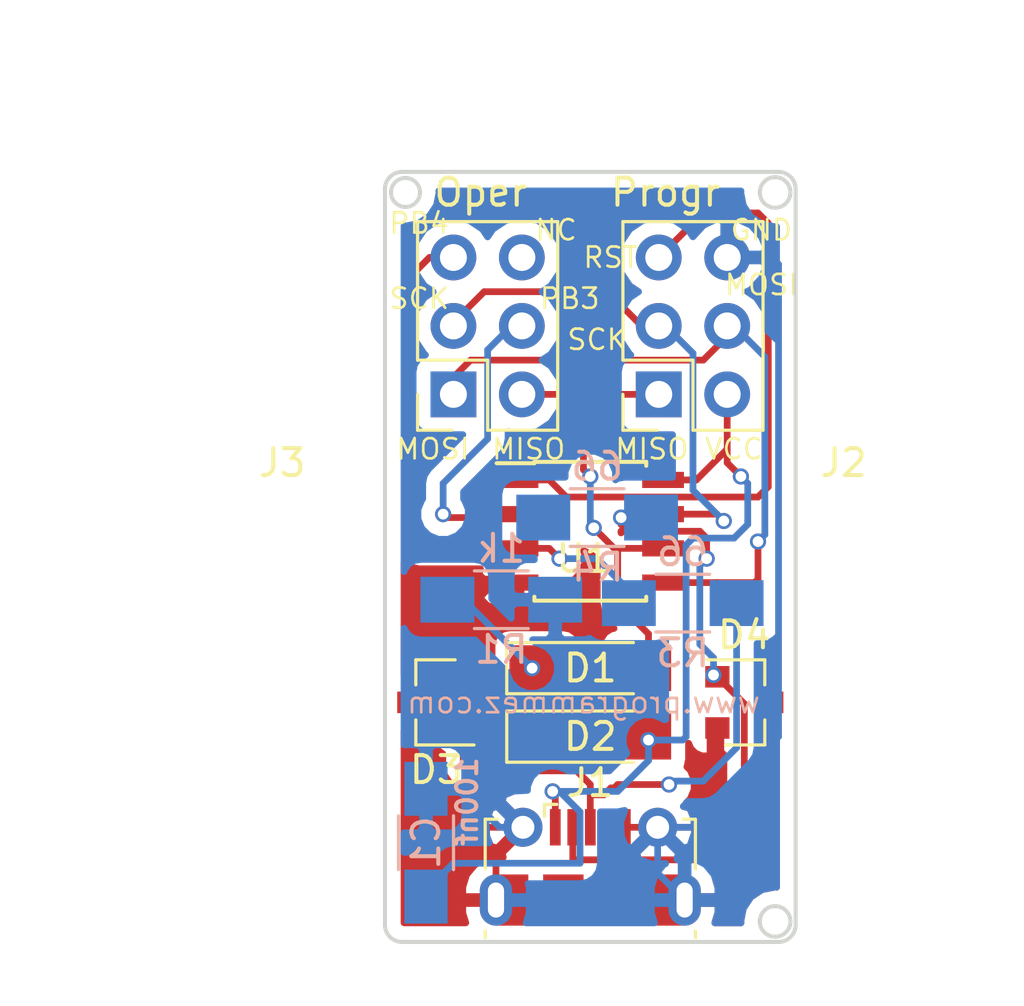
<source format=kicad_pcb>
(kicad_pcb (version 4) (host pcbnew 4.0.4-stable)

  (general
    (links 35)
    (no_connects 1)
    (area 96.130238 74.93 128.71 106.76)
    (thickness 1.6)
    (drawings 26)
    (tracks 174)
    (zones 0)
    (modules 12)
    (nets 12)
  )

  (page A4)
  (layers
    (0 F.Cu signal)
    (31 B.Cu signal)
    (32 B.Adhes user)
    (33 F.Adhes user)
    (34 B.Paste user)
    (35 F.Paste user)
    (36 B.SilkS user)
    (37 F.SilkS user)
    (38 B.Mask user)
    (39 F.Mask user)
    (40 Dwgs.User user)
    (41 Cmts.User user)
    (42 Eco1.User user)
    (43 Eco2.User user)
    (44 Edge.Cuts user)
    (45 Margin user)
    (46 B.CrtYd user)
    (47 F.CrtYd user)
    (48 B.Fab user)
    (49 F.Fab user)
  )

  (setup
    (last_trace_width 0.25)
    (trace_clearance 0.2)
    (zone_clearance 0.508)
    (zone_45_only no)
    (trace_min 0.2)
    (segment_width 0.2)
    (edge_width 0.15)
    (via_size 0.6)
    (via_drill 0.4)
    (via_min_size 0.4)
    (via_min_drill 0.3)
    (uvia_size 0.3)
    (uvia_drill 0.1)
    (uvias_allowed no)
    (uvia_min_size 0.2)
    (uvia_min_drill 0.1)
    (pcb_text_width 0.3)
    (pcb_text_size 1.5 1.5)
    (mod_edge_width 0.15)
    (mod_text_size 1 1)
    (mod_text_width 0.15)
    (pad_size 1.524 1.524)
    (pad_drill 0.762)
    (pad_to_mask_clearance 0.2)
    (aux_axis_origin 0 0)
    (visible_elements 7FFFFFFF)
    (pcbplotparams
      (layerselection 0x010ff_80000001)
      (usegerberextensions false)
      (excludeedgelayer true)
      (linewidth 0.100000)
      (plotframeref false)
      (viasonmask false)
      (mode 1)
      (useauxorigin false)
      (hpglpennumber 1)
      (hpglpenspeed 20)
      (hpglpendiameter 15)
      (hpglpenoverlay 2)
      (psnegative false)
      (psa4output false)
      (plotreference true)
      (plotvalue true)
      (plotinvisibletext false)
      (padsonsilk false)
      (subtractmaskfromsilk false)
      (outputformat 1)
      (mirror false)
      (drillshape 0)
      (scaleselection 1)
      (outputdirectory gerber/))
  )

  (net 0 "")
  (net 1 "Net-(D1-Pad1)")
  (net 2 /MISO)
  (net 3 +5V)
  (net 4 GND)
  (net 5 /SCK)
  (net 6 /MOSI)
  (net 7 /RESET)
  (net 8 /D+)
  (net 9 /D-)
  (net 10 /PB3)
  (net 11 /PB4)

  (net_class Default "Ceci est la Netclass par défaut"
    (clearance 0.2)
    (trace_width 0.25)
    (via_dia 0.6)
    (via_drill 0.4)
    (uvia_dia 0.3)
    (uvia_drill 0.1)
    (add_net +5V)
    (add_net /D+)
    (add_net /D-)
    (add_net /MISO)
    (add_net /MOSI)
    (add_net /PB3)
    (add_net /PB4)
    (add_net /RESET)
    (add_net /SCK)
    (add_net GND)
    (add_net "Net-(D1-Pad1)")
  )

  (module LEDs:LED_1206_HandSoldering (layer F.Cu) (tedit 5CB6E950) (tstamp 5CB6DFC0)
    (at 118.11 93.98)
    (descr "LED SMD 1206, hand soldering")
    (tags "LED 1206")
    (path /5CB6EDE0)
    (attr smd)
    (fp_text reference D1 (at 0 0) (layer F.SilkS)
      (effects (font (size 1 1) (thickness 0.15)))
    )
    (fp_text value LED2 (at -12.065 -0.635) (layer F.Fab)
      (effects (font (size 1 1) (thickness 0.15)))
    )
    (fp_line (start -3.1 -0.95) (end -3.1 0.95) (layer F.SilkS) (width 0.12))
    (fp_line (start -0.4 0) (end 0.2 -0.4) (layer F.Fab) (width 0.1))
    (fp_line (start 0.2 -0.4) (end 0.2 0.4) (layer F.Fab) (width 0.1))
    (fp_line (start 0.2 0.4) (end -0.4 0) (layer F.Fab) (width 0.1))
    (fp_line (start -0.45 -0.4) (end -0.45 0.4) (layer F.Fab) (width 0.1))
    (fp_line (start -1.6 0.8) (end -1.6 -0.8) (layer F.Fab) (width 0.1))
    (fp_line (start 1.6 0.8) (end -1.6 0.8) (layer F.Fab) (width 0.1))
    (fp_line (start 1.6 -0.8) (end 1.6 0.8) (layer F.Fab) (width 0.1))
    (fp_line (start -1.6 -0.8) (end 1.6 -0.8) (layer F.Fab) (width 0.1))
    (fp_line (start -3.1 0.95) (end 1.6 0.95) (layer F.SilkS) (width 0.12))
    (fp_line (start -3.1 -0.95) (end 1.6 -0.95) (layer F.SilkS) (width 0.12))
    (fp_line (start -3.25 -1.11) (end 3.25 -1.11) (layer F.CrtYd) (width 0.05))
    (fp_line (start -3.25 -1.11) (end -3.25 1.1) (layer F.CrtYd) (width 0.05))
    (fp_line (start 3.25 1.1) (end 3.25 -1.11) (layer F.CrtYd) (width 0.05))
    (fp_line (start 3.25 1.1) (end -3.25 1.1) (layer F.CrtYd) (width 0.05))
    (pad 1 smd rect (at -2 0) (size 2 1.7) (layers F.Cu F.Paste F.Mask)
      (net 1 "Net-(D1-Pad1)"))
    (pad 2 smd rect (at 2 0) (size 2 1.7) (layers F.Cu F.Paste F.Mask)
      (net 2 /MISO))
    (model ${KISYS3DMOD}/LEDs.3dshapes/LED_1206.wrl
      (at (xyz 0 0 0))
      (scale (xyz 1 1 1))
      (rotate (xyz 0 0 180))
    )
  )

  (module LEDs:LED_1206_HandSoldering (layer F.Cu) (tedit 5CB6E94C) (tstamp 5CB6DFD5)
    (at 118.11 96.52)
    (descr "LED SMD 1206, hand soldering")
    (tags "LED 1206")
    (path /5CB6E325)
    (attr smd)
    (fp_text reference D2 (at 0 0) (layer F.SilkS)
      (effects (font (size 1 1) (thickness 0.15)))
    )
    (fp_text value LED1 (at -12.065 -0.635) (layer F.Fab)
      (effects (font (size 1 1) (thickness 0.15)))
    )
    (fp_line (start -3.1 -0.95) (end -3.1 0.95) (layer F.SilkS) (width 0.12))
    (fp_line (start -0.4 0) (end 0.2 -0.4) (layer F.Fab) (width 0.1))
    (fp_line (start 0.2 -0.4) (end 0.2 0.4) (layer F.Fab) (width 0.1))
    (fp_line (start 0.2 0.4) (end -0.4 0) (layer F.Fab) (width 0.1))
    (fp_line (start -0.45 -0.4) (end -0.45 0.4) (layer F.Fab) (width 0.1))
    (fp_line (start -1.6 0.8) (end -1.6 -0.8) (layer F.Fab) (width 0.1))
    (fp_line (start 1.6 0.8) (end -1.6 0.8) (layer F.Fab) (width 0.1))
    (fp_line (start 1.6 -0.8) (end 1.6 0.8) (layer F.Fab) (width 0.1))
    (fp_line (start -1.6 -0.8) (end 1.6 -0.8) (layer F.Fab) (width 0.1))
    (fp_line (start -3.1 0.95) (end 1.6 0.95) (layer F.SilkS) (width 0.12))
    (fp_line (start -3.1 -0.95) (end 1.6 -0.95) (layer F.SilkS) (width 0.12))
    (fp_line (start -3.25 -1.11) (end 3.25 -1.11) (layer F.CrtYd) (width 0.05))
    (fp_line (start -3.25 -1.11) (end -3.25 1.1) (layer F.CrtYd) (width 0.05))
    (fp_line (start 3.25 1.1) (end 3.25 -1.11) (layer F.CrtYd) (width 0.05))
    (fp_line (start 3.25 1.1) (end -3.25 1.1) (layer F.CrtYd) (width 0.05))
    (pad 1 smd rect (at -2 0) (size 2 1.7) (layers F.Cu F.Paste F.Mask))
    (pad 2 smd rect (at 2 0) (size 2 1.7) (layers F.Cu F.Paste F.Mask)
      (net 3 +5V))
    (model ${KISYS3DMOD}/LEDs.3dshapes/LED_1206.wrl
      (at (xyz 0 0 0))
      (scale (xyz 1 1 1))
      (rotate (xyz 0 0 180))
    )
  )

  (module Connectors_USB:USB_Micro-B_Molex-105017-0001 (layer F.Cu) (tedit 5CB6E95D) (tstamp 5CB6DFFE)
    (at 118.11 102.235)
    (descr http://www.molex.com/pdm_docs/sd/1050170001_sd.pdf)
    (tags "Micro-USB SMD Typ-B")
    (path /5CB6DA7D)
    (attr smd)
    (fp_text reference J1 (at 0 -4) (layer F.SilkS)
      (effects (font (size 1 1) (thickness 0.15)))
    )
    (fp_text value USB_OTG (at 0.3 3.45) (layer F.Fab)
      (effects (font (size 1 1) (thickness 0.15)))
    )
    (fp_line (start -4.4 2.75) (end 4.4 2.75) (layer F.CrtYd) (width 0.05))
    (fp_line (start 4.4 -3.35) (end 4.4 2.75) (layer F.CrtYd) (width 0.05))
    (fp_line (start -4.4 -3.35) (end 4.4 -3.35) (layer F.CrtYd) (width 0.05))
    (fp_line (start -4.4 2.75) (end -4.4 -3.35) (layer F.CrtYd) (width 0.05))
    (fp_text user "PCB Edge" (at -6.35 2.667) (layer Dwgs.User)
      (effects (font (size 0.5 0.5) (thickness 0.08)))
    )
    (fp_line (start -3.9 -2.65) (end -3.45 -2.65) (layer F.SilkS) (width 0.12))
    (fp_line (start -3.9 -0.8) (end -3.9 -2.65) (layer F.SilkS) (width 0.12))
    (fp_line (start 3.9 1.75) (end 3.9 1.5) (layer F.SilkS) (width 0.12))
    (fp_line (start 3.75 2.5) (end 3.75 -2.5) (layer F.Fab) (width 0.1))
    (fp_line (start -3 1.801704) (end 3 1.801704) (layer F.Fab) (width 0.1))
    (fp_line (start -3.75 2.501704) (end 3.75 2.501704) (layer F.Fab) (width 0.1))
    (fp_line (start -3.75 -2.5) (end 3.75 -2.5) (layer F.Fab) (width 0.1))
    (fp_line (start -3.75 2.5) (end -3.75 -2.5) (layer F.Fab) (width 0.1))
    (fp_line (start -3.9 1.75) (end -3.9 1.5) (layer F.SilkS) (width 0.12))
    (fp_line (start 3.9 -0.8) (end 3.9 -2.65) (layer F.SilkS) (width 0.12))
    (fp_line (start 3.9 -2.65) (end 3.45 -2.65) (layer F.SilkS) (width 0.12))
    (fp_text user %R (at 0 0) (layer F.Fab)
      (effects (font (size 1 1) (thickness 0.15)))
    )
    (fp_line (start -1.7 -3.2) (end -1.25 -3.2) (layer F.SilkS) (width 0.12))
    (fp_line (start -1.7 -3.2) (end -1.7 -2.75) (layer F.SilkS) (width 0.12))
    (fp_line (start -1.3 -2.6) (end -1.5 -2.8) (layer F.Fab) (width 0.1))
    (fp_line (start -1.1 -2.8) (end -1.3 -2.6) (layer F.Fab) (width 0.1))
    (fp_line (start -1.5 -3.01) (end -1.1 -3.01) (layer F.Fab) (width 0.1))
    (fp_line (start -1.5 -3.01) (end -1.5 -2.8) (layer F.Fab) (width 0.1))
    (fp_line (start -1.1 -3.01) (end -1.1 -2.8) (layer F.Fab) (width 0.1))
    (pad 6 smd rect (at 1 0.35) (size 1.5 1.9) (layers F.Cu F.Paste F.Mask)
      (net 4 GND))
    (pad 6 thru_hole circle (at -2.5 -2.35) (size 1.45 1.45) (drill 0.85) (layers *.Cu *.Mask)
      (net 4 GND))
    (pad 2 smd rect (at -0.65 -2.35) (size 0.4 1.35) (layers F.Cu F.Paste F.Mask)
      (net 9 /D-))
    (pad 1 smd rect (at -1.3 -2.35) (size 0.4 1.35) (layers F.Cu F.Paste F.Mask)
      (net 3 +5V))
    (pad 5 smd rect (at 1.3 -2.35) (size 0.4 1.35) (layers F.Cu F.Paste F.Mask)
      (net 4 GND))
    (pad 4 smd rect (at 0.65 -2.35) (size 0.4 1.35) (layers F.Cu F.Paste F.Mask))
    (pad 3 smd rect (at 0 -2.35) (size 0.4 1.35) (layers F.Cu F.Paste F.Mask)
      (net 8 /D+))
    (pad 6 thru_hole circle (at 2.5 -2.35) (size 1.45 1.45) (drill 0.85) (layers *.Cu *.Mask)
      (net 4 GND))
    (pad 6 smd rect (at -1 0.35) (size 1.5 1.9) (layers F.Cu F.Paste F.Mask)
      (net 4 GND))
    (pad 6 thru_hole oval (at -3.5 0.35 180) (size 1.2 1.9) (drill oval 0.6 1.3) (layers *.Cu *.Mask)
      (net 4 GND))
    (pad 6 thru_hole oval (at 3.5 0.35) (size 1.2 1.9) (drill oval 0.6 1.3) (layers *.Cu *.Mask)
      (net 4 GND))
    (pad 6 smd rect (at 2.9 0.35) (size 1.2 1.9) (layers F.Cu F.Mask)
      (net 4 GND))
    (pad 6 smd rect (at -2.9 0.35) (size 1.2 1.9) (layers F.Cu F.Mask)
      (net 4 GND))
    (model D:/NasCloud/Creation3D/Attiny85PCB/Molex_Mirco_USB_105017-0001.wrl
      (at (xyz 0 0.09 -0.02))
      (scale (xyz 1 1 1))
      (rotate (xyz 0 0 0))
    )
  )

  (module Socket_Strips:Socket_Strip_Straight_2x03_Pitch2.54mm (layer F.Cu) (tedit 5CB6ED8F) (tstamp 5CB6E019)
    (at 120.65 83.82 180)
    (descr "Through hole straight socket strip, 2x03, 2.54mm pitch, double rows")
    (tags "Through hole socket strip THT 2x03 2.54mm double row")
    (path /5CB6DE41)
    (fp_text reference J2 (at -6.858 -2.54 180) (layer F.SilkS)
      (effects (font (size 1 1) (thickness 0.15)))
    )
    (fp_text value Progr (at -0.254 7.493 180) (layer F.SilkS)
      (effects (font (size 1 1) (thickness 0.15)))
    )
    (fp_line (start -3.81 -1.27) (end -3.81 6.35) (layer F.Fab) (width 0.1))
    (fp_line (start -3.81 6.35) (end 1.27 6.35) (layer F.Fab) (width 0.1))
    (fp_line (start 1.27 6.35) (end 1.27 -1.27) (layer F.Fab) (width 0.1))
    (fp_line (start 1.27 -1.27) (end -3.81 -1.27) (layer F.Fab) (width 0.1))
    (fp_line (start 1.33 1.27) (end 1.33 6.41) (layer F.SilkS) (width 0.12))
    (fp_line (start 1.33 6.41) (end -3.87 6.41) (layer F.SilkS) (width 0.12))
    (fp_line (start -3.87 6.41) (end -3.87 -1.33) (layer F.SilkS) (width 0.12))
    (fp_line (start -3.87 -1.33) (end -1.27 -1.33) (layer F.SilkS) (width 0.12))
    (fp_line (start -1.27 -1.33) (end -1.27 1.27) (layer F.SilkS) (width 0.12))
    (fp_line (start -1.27 1.27) (end 1.33 1.27) (layer F.SilkS) (width 0.12))
    (fp_line (start 1.33 0) (end 1.33 -1.33) (layer F.SilkS) (width 0.12))
    (fp_line (start 1.33 -1.33) (end 0.06 -1.33) (layer F.SilkS) (width 0.12))
    (fp_line (start -4.35 -1.8) (end -4.35 6.85) (layer F.CrtYd) (width 0.05))
    (fp_line (start -4.35 6.85) (end 1.8 6.85) (layer F.CrtYd) (width 0.05))
    (fp_line (start 1.8 6.85) (end 1.8 -1.8) (layer F.CrtYd) (width 0.05))
    (fp_line (start 1.8 -1.8) (end -4.35 -1.8) (layer F.CrtYd) (width 0.05))
    (fp_text user %R (at -6.858 -2.54 180) (layer F.Fab)
      (effects (font (size 1 1) (thickness 0.15)))
    )
    (pad 1 thru_hole rect (at 0 0 180) (size 1.7 1.7) (drill 1) (layers *.Cu *.Mask)
      (net 2 /MISO))
    (pad 2 thru_hole oval (at -2.54 0 180) (size 1.7 1.7) (drill 1) (layers *.Cu *.Mask)
      (net 3 +5V))
    (pad 3 thru_hole oval (at 0 2.54 180) (size 1.7 1.7) (drill 1) (layers *.Cu *.Mask)
      (net 5 /SCK))
    (pad 4 thru_hole oval (at -2.54 2.54 180) (size 1.7 1.7) (drill 1) (layers *.Cu *.Mask)
      (net 6 /MOSI))
    (pad 5 thru_hole oval (at 0 5.08 180) (size 1.7 1.7) (drill 1) (layers *.Cu *.Mask)
      (net 7 /RESET))
    (pad 6 thru_hole oval (at -2.54 5.08 180) (size 1.7 1.7) (drill 1) (layers *.Cu *.Mask)
      (net 4 GND))
  )

  (module Housings_SOIC:SOIC-8_3.9x4.9mm_Pitch1.27mm (layer F.Cu) (tedit 5CB6EDAE) (tstamp 5CB6E036)
    (at 118.11 88.9)
    (descr "8-Lead Plastic Small Outline (SN) - Narrow, 3.90 mm Body [SOIC] (see Microchip Packaging Specification 00000049BS.pdf)")
    (tags "SOIC 1.27")
    (path /5CB6D9A4)
    (attr smd)
    (fp_text reference U1 (at -0.254 1.016) (layer F.SilkS)
      (effects (font (size 1 1) (thickness 0.15)))
    )
    (fp_text value ATTINY85-20SU (at -15.875 1.27) (layer F.Fab)
      (effects (font (size 1 1) (thickness 0.15)))
    )
    (fp_text user %R (at 0 0) (layer F.Fab)
      (effects (font (size 1 1) (thickness 0.15)))
    )
    (fp_line (start -0.95 -2.45) (end 1.95 -2.45) (layer F.Fab) (width 0.1))
    (fp_line (start 1.95 -2.45) (end 1.95 2.45) (layer F.Fab) (width 0.1))
    (fp_line (start 1.95 2.45) (end -1.95 2.45) (layer F.Fab) (width 0.1))
    (fp_line (start -1.95 2.45) (end -1.95 -1.45) (layer F.Fab) (width 0.1))
    (fp_line (start -1.95 -1.45) (end -0.95 -2.45) (layer F.Fab) (width 0.1))
    (fp_line (start -3.73 -2.7) (end -3.73 2.7) (layer F.CrtYd) (width 0.05))
    (fp_line (start 3.73 -2.7) (end 3.73 2.7) (layer F.CrtYd) (width 0.05))
    (fp_line (start -3.73 -2.7) (end 3.73 -2.7) (layer F.CrtYd) (width 0.05))
    (fp_line (start -3.73 2.7) (end 3.73 2.7) (layer F.CrtYd) (width 0.05))
    (fp_line (start -2.075 -2.575) (end -2.075 -2.525) (layer F.SilkS) (width 0.15))
    (fp_line (start 2.075 -2.575) (end 2.075 -2.43) (layer F.SilkS) (width 0.15))
    (fp_line (start 2.075 2.575) (end 2.075 2.43) (layer F.SilkS) (width 0.15))
    (fp_line (start -2.075 2.575) (end -2.075 2.43) (layer F.SilkS) (width 0.15))
    (fp_line (start -2.075 -2.575) (end 2.075 -2.575) (layer F.SilkS) (width 0.15))
    (fp_line (start -2.075 2.575) (end 2.075 2.575) (layer F.SilkS) (width 0.15))
    (fp_line (start -2.075 -2.525) (end -3.475 -2.525) (layer F.SilkS) (width 0.15))
    (pad 1 smd rect (at -2.7 -1.905) (size 1.55 0.6) (layers F.Cu F.Paste F.Mask)
      (net 7 /RESET))
    (pad 2 smd rect (at -2.7 -0.635) (size 1.55 0.6) (layers F.Cu F.Paste F.Mask)
      (net 10 /PB3))
    (pad 3 smd rect (at -2.7 0.635) (size 1.55 0.6) (layers F.Cu F.Paste F.Mask)
      (net 11 /PB4))
    (pad 4 smd rect (at -2.7 1.905) (size 1.55 0.6) (layers F.Cu F.Paste F.Mask)
      (net 4 GND))
    (pad 5 smd rect (at 2.7 1.905) (size 1.55 0.6) (layers F.Cu F.Paste F.Mask)
      (net 6 /MOSI))
    (pad 6 smd rect (at 2.7 0.635) (size 1.55 0.6) (layers F.Cu F.Paste F.Mask)
      (net 2 /MISO))
    (pad 7 smd rect (at 2.7 -0.635) (size 1.55 0.6) (layers F.Cu F.Paste F.Mask)
      (net 5 /SCK))
    (pad 8 smd rect (at 2.7 -1.905) (size 1.55 0.6) (layers F.Cu F.Paste F.Mask)
      (net 3 +5V))
    (model ${KISYS3DMOD}/Housings_SOIC.3dshapes/SOIC-8_3.9x4.9mm_Pitch1.27mm.wrl
      (at (xyz 0 0 0))
      (scale (xyz 1 1 1))
      (rotate (xyz 0 0 0))
    )
  )

  (module TO_SOT_Packages_SMD:SOT-23 (layer F.Cu) (tedit 5CB6E755) (tstamp 5CB6E604)
    (at 112.395 95.25 180)
    (descr "SOT-23, Standard")
    (tags SOT-23)
    (path /5CB6FA9F)
    (attr smd)
    (fp_text reference D3 (at 0 -2.5 180) (layer F.SilkS)
      (effects (font (size 1 1) (thickness 0.15)))
    )
    (fp_text value D_Zener_Small_ALT (at 3.175 -0.635 270) (layer F.Fab)
      (effects (font (size 1 1) (thickness 0.15)))
    )
    (fp_text user %R (at 0 0 270) (layer F.Fab)
      (effects (font (size 0.5 0.5) (thickness 0.075)))
    )
    (fp_line (start -0.7 -0.95) (end -0.7 1.5) (layer F.Fab) (width 0.1))
    (fp_line (start -0.15 -1.52) (end 0.7 -1.52) (layer F.Fab) (width 0.1))
    (fp_line (start -0.7 -0.95) (end -0.15 -1.52) (layer F.Fab) (width 0.1))
    (fp_line (start 0.7 -1.52) (end 0.7 1.52) (layer F.Fab) (width 0.1))
    (fp_line (start -0.7 1.52) (end 0.7 1.52) (layer F.Fab) (width 0.1))
    (fp_line (start 0.76 1.58) (end 0.76 0.65) (layer F.SilkS) (width 0.12))
    (fp_line (start 0.76 -1.58) (end 0.76 -0.65) (layer F.SilkS) (width 0.12))
    (fp_line (start -1.7 -1.75) (end 1.7 -1.75) (layer F.CrtYd) (width 0.05))
    (fp_line (start 1.7 -1.75) (end 1.7 1.75) (layer F.CrtYd) (width 0.05))
    (fp_line (start 1.7 1.75) (end -1.7 1.75) (layer F.CrtYd) (width 0.05))
    (fp_line (start -1.7 1.75) (end -1.7 -1.75) (layer F.CrtYd) (width 0.05))
    (fp_line (start 0.76 -1.58) (end -1.4 -1.58) (layer F.SilkS) (width 0.12))
    (fp_line (start 0.76 1.58) (end -0.7 1.58) (layer F.SilkS) (width 0.12))
    (pad 1 smd rect (at -1 -0.95 180) (size 0.9 0.8) (layers F.Cu F.Paste F.Mask)
      (net 8 /D+))
    (pad 2 smd rect (at -1 0.95 180) (size 0.9 0.8) (layers F.Cu F.Paste F.Mask)
      (net 4 GND))
    (pad 3 smd rect (at 1 0 180) (size 0.9 0.8) (layers F.Cu F.Paste F.Mask))
    (model ${KISYS3DMOD}/TO_SOT_Packages_SMD.3dshapes/SOT-23.wrl
      (at (xyz 0 0 0))
      (scale (xyz 1 1 1))
      (rotate (xyz 0 0 0))
    )
  )

  (module TO_SOT_Packages_SMD:SOT-23 (layer F.Cu) (tedit 5CB6E75B) (tstamp 5CB6E619)
    (at 123.825 95.25)
    (descr "SOT-23, Standard")
    (tags SOT-23)
    (path /5CB6FE19)
    (attr smd)
    (fp_text reference D4 (at 0 -2.5) (layer F.SilkS)
      (effects (font (size 1 1) (thickness 0.15)))
    )
    (fp_text value D_Zener_Small_ALT (at 3.81 1.905 90) (layer F.Fab)
      (effects (font (size 1 1) (thickness 0.15)))
    )
    (fp_text user %R (at 0 0 90) (layer F.Fab)
      (effects (font (size 0.5 0.5) (thickness 0.075)))
    )
    (fp_line (start -0.7 -0.95) (end -0.7 1.5) (layer F.Fab) (width 0.1))
    (fp_line (start -0.15 -1.52) (end 0.7 -1.52) (layer F.Fab) (width 0.1))
    (fp_line (start -0.7 -0.95) (end -0.15 -1.52) (layer F.Fab) (width 0.1))
    (fp_line (start 0.7 -1.52) (end 0.7 1.52) (layer F.Fab) (width 0.1))
    (fp_line (start -0.7 1.52) (end 0.7 1.52) (layer F.Fab) (width 0.1))
    (fp_line (start 0.76 1.58) (end 0.76 0.65) (layer F.SilkS) (width 0.12))
    (fp_line (start 0.76 -1.58) (end 0.76 -0.65) (layer F.SilkS) (width 0.12))
    (fp_line (start -1.7 -1.75) (end 1.7 -1.75) (layer F.CrtYd) (width 0.05))
    (fp_line (start 1.7 -1.75) (end 1.7 1.75) (layer F.CrtYd) (width 0.05))
    (fp_line (start 1.7 1.75) (end -1.7 1.75) (layer F.CrtYd) (width 0.05))
    (fp_line (start -1.7 1.75) (end -1.7 -1.75) (layer F.CrtYd) (width 0.05))
    (fp_line (start 0.76 -1.58) (end -1.4 -1.58) (layer F.SilkS) (width 0.12))
    (fp_line (start 0.76 1.58) (end -0.7 1.58) (layer F.SilkS) (width 0.12))
    (pad 1 smd rect (at -1 -0.95) (size 0.9 0.8) (layers F.Cu F.Paste F.Mask)
      (net 9 /D-))
    (pad 2 smd rect (at -1 0.95) (size 0.9 0.8) (layers F.Cu F.Paste F.Mask)
      (net 4 GND))
    (pad 3 smd rect (at 1 0) (size 0.9 0.8) (layers F.Cu F.Paste F.Mask))
    (model ${KISYS3DMOD}/TO_SOT_Packages_SMD.3dshapes/SOT-23.wrl
      (at (xyz 0 0 0))
      (scale (xyz 1 1 1))
      (rotate (xyz 0 0 0))
    )
  )

  (module Socket_Strips:Socket_Strip_Straight_2x03_Pitch2.54mm (layer F.Cu) (tedit 5CB6ED89) (tstamp 5CB6E634)
    (at 113.03 83.82 180)
    (descr "Through hole straight socket strip, 2x03, 2.54mm pitch, double rows")
    (tags "Through hole socket strip THT 2x03 2.54mm double row")
    (path /5CB7007A)
    (fp_text reference J3 (at 6.35 -2.54 180) (layer F.SilkS)
      (effects (font (size 1 1) (thickness 0.15)))
    )
    (fp_text value Oper (at -1.016 7.493 180) (layer F.SilkS)
      (effects (font (size 1 1) (thickness 0.15)))
    )
    (fp_line (start -3.81 -1.27) (end -3.81 6.35) (layer F.Fab) (width 0.1))
    (fp_line (start -3.81 6.35) (end 1.27 6.35) (layer F.Fab) (width 0.1))
    (fp_line (start 1.27 6.35) (end 1.27 -1.27) (layer F.Fab) (width 0.1))
    (fp_line (start 1.27 -1.27) (end -3.81 -1.27) (layer F.Fab) (width 0.1))
    (fp_line (start 1.33 1.27) (end 1.33 6.41) (layer F.SilkS) (width 0.12))
    (fp_line (start 1.33 6.41) (end -3.87 6.41) (layer F.SilkS) (width 0.12))
    (fp_line (start -3.87 6.41) (end -3.87 -1.33) (layer F.SilkS) (width 0.12))
    (fp_line (start -3.87 -1.33) (end -1.27 -1.33) (layer F.SilkS) (width 0.12))
    (fp_line (start -1.27 -1.33) (end -1.27 1.27) (layer F.SilkS) (width 0.12))
    (fp_line (start -1.27 1.27) (end 1.33 1.27) (layer F.SilkS) (width 0.12))
    (fp_line (start 1.33 0) (end 1.33 -1.33) (layer F.SilkS) (width 0.12))
    (fp_line (start 1.33 -1.33) (end 0.06 -1.33) (layer F.SilkS) (width 0.12))
    (fp_line (start -4.35 -1.8) (end -4.35 6.85) (layer F.CrtYd) (width 0.05))
    (fp_line (start -4.35 6.85) (end 1.8 6.85) (layer F.CrtYd) (width 0.05))
    (fp_line (start 1.8 6.85) (end 1.8 -1.8) (layer F.CrtYd) (width 0.05))
    (fp_line (start 1.8 -1.8) (end -4.35 -1.8) (layer F.CrtYd) (width 0.05))
    (fp_text user %R (at 6.35 -2.54 180) (layer F.Fab)
      (effects (font (size 1 1) (thickness 0.15)))
    )
    (pad 1 thru_hole rect (at 0 0 180) (size 1.7 1.7) (drill 1) (layers *.Cu *.Mask)
      (net 6 /MOSI))
    (pad 2 thru_hole oval (at -2.54 0 180) (size 1.7 1.7) (drill 1) (layers *.Cu *.Mask)
      (net 2 /MISO))
    (pad 3 thru_hole oval (at 0 2.54 180) (size 1.7 1.7) (drill 1) (layers *.Cu *.Mask)
      (net 5 /SCK))
    (pad 4 thru_hole oval (at -2.54 2.54 180) (size 1.7 1.7) (drill 1) (layers *.Cu *.Mask)
      (net 10 /PB3))
    (pad 5 thru_hole oval (at 0 5.08 180) (size 1.7 1.7) (drill 1) (layers *.Cu *.Mask)
      (net 11 /PB4))
    (pad 6 thru_hole oval (at -2.54 5.08 180) (size 1.7 1.7) (drill 1) (layers *.Cu *.Mask))
  )

  (module Resistors_SMD:R_1206_HandSoldering (layer B.Cu) (tedit 5CB6F2B5) (tstamp 5CB6EF73)
    (at 114.808 91.44)
    (descr "Resistor SMD 1206, hand soldering")
    (tags "resistor 1206")
    (path /5CB6EDE6)
    (attr smd)
    (fp_text reference R1 (at 0 1.85) (layer B.SilkS)
      (effects (font (size 1 1) (thickness 0.15)) (justify mirror))
    )
    (fp_text value 1k (at 0 -1.9) (layer B.SilkS)
      (effects (font (size 1 1) (thickness 0.15)) (justify mirror))
    )
    (fp_text user %R (at 0 0) (layer B.Fab)
      (effects (font (size 0.7 0.7) (thickness 0.105)) (justify mirror))
    )
    (fp_line (start -1.6 -0.8) (end -1.6 0.8) (layer B.Fab) (width 0.1))
    (fp_line (start 1.6 -0.8) (end -1.6 -0.8) (layer B.Fab) (width 0.1))
    (fp_line (start 1.6 0.8) (end 1.6 -0.8) (layer B.Fab) (width 0.1))
    (fp_line (start -1.6 0.8) (end 1.6 0.8) (layer B.Fab) (width 0.1))
    (fp_line (start 1 -1.07) (end -1 -1.07) (layer B.SilkS) (width 0.12))
    (fp_line (start -1 1.07) (end 1 1.07) (layer B.SilkS) (width 0.12))
    (fp_line (start -3.25 1.11) (end 3.25 1.11) (layer B.CrtYd) (width 0.05))
    (fp_line (start -3.25 1.11) (end -3.25 -1.1) (layer B.CrtYd) (width 0.05))
    (fp_line (start 3.25 -1.1) (end 3.25 1.11) (layer B.CrtYd) (width 0.05))
    (fp_line (start 3.25 -1.1) (end -3.25 -1.1) (layer B.CrtYd) (width 0.05))
    (pad 1 smd rect (at -2 0) (size 2 1.7) (layers B.Cu B.Paste B.Mask)
      (net 1 "Net-(D1-Pad1)"))
    (pad 2 smd rect (at 2 0) (size 2 1.7) (layers B.Cu B.Paste B.Mask)
      (net 4 GND))
    (model ${KISYS3DMOD}/Resistors_SMD.3dshapes/R_1206.wrl
      (at (xyz 0 0 0))
      (scale (xyz 1 1 1))
      (rotate (xyz 0 0 0))
    )
  )

  (module Resistors_SMD:R_1206_HandSoldering (layer B.Cu) (tedit 5CB6F2D4) (tstamp 5CB6EF84)
    (at 121.539 91.567)
    (descr "Resistor SMD 1206, hand soldering")
    (tags "resistor 1206")
    (path /5CB6F20C)
    (attr smd)
    (fp_text reference R3 (at 0 1.85) (layer B.SilkS)
      (effects (font (size 1 1) (thickness 0.15)) (justify mirror))
    )
    (fp_text value 66 (at 0 -1.9 180) (layer B.SilkS)
      (effects (font (size 1 1) (thickness 0.15)) (justify mirror))
    )
    (fp_text user %R (at 0 0) (layer B.Fab)
      (effects (font (size 0.7 0.7) (thickness 0.105)) (justify mirror))
    )
    (fp_line (start -1.6 -0.8) (end -1.6 0.8) (layer B.Fab) (width 0.1))
    (fp_line (start 1.6 -0.8) (end -1.6 -0.8) (layer B.Fab) (width 0.1))
    (fp_line (start 1.6 0.8) (end 1.6 -0.8) (layer B.Fab) (width 0.1))
    (fp_line (start -1.6 0.8) (end 1.6 0.8) (layer B.Fab) (width 0.1))
    (fp_line (start 1 -1.07) (end -1 -1.07) (layer B.SilkS) (width 0.12))
    (fp_line (start -1 1.07) (end 1 1.07) (layer B.SilkS) (width 0.12))
    (fp_line (start -3.25 1.11) (end 3.25 1.11) (layer B.CrtYd) (width 0.05))
    (fp_line (start -3.25 1.11) (end -3.25 -1.1) (layer B.CrtYd) (width 0.05))
    (fp_line (start 3.25 -1.1) (end 3.25 1.11) (layer B.CrtYd) (width 0.05))
    (fp_line (start 3.25 -1.1) (end -3.25 -1.1) (layer B.CrtYd) (width 0.05))
    (pad 1 smd rect (at -2 0) (size 2 1.7) (layers B.Cu B.Paste B.Mask)
      (net 11 /PB4))
    (pad 2 smd rect (at 2 0) (size 2 1.7) (layers B.Cu B.Paste B.Mask)
      (net 8 /D+))
    (model ${KISYS3DMOD}/Resistors_SMD.3dshapes/R_1206.wrl
      (at (xyz 0 0 0))
      (scale (xyz 1 1 1))
      (rotate (xyz 0 0 0))
    )
  )

  (module Resistors_SMD:R_1206_HandSoldering (layer B.Cu) (tedit 5CB6F29D) (tstamp 5CB6EF95)
    (at 118.364 88.392)
    (descr "Resistor SMD 1206, hand soldering")
    (tags "resistor 1206")
    (path /5CB6F5C3)
    (attr smd)
    (fp_text reference R4 (at 0 1.85) (layer B.SilkS)
      (effects (font (size 1 1) (thickness 0.15)) (justify mirror))
    )
    (fp_text value 66 (at 0 -1.9) (layer B.SilkS)
      (effects (font (size 1 1) (thickness 0.15)) (justify mirror))
    )
    (fp_text user %R (at 0 0) (layer B.Fab)
      (effects (font (size 0.7 0.7) (thickness 0.105)) (justify mirror))
    )
    (fp_line (start -1.6 -0.8) (end -1.6 0.8) (layer B.Fab) (width 0.1))
    (fp_line (start 1.6 -0.8) (end -1.6 -0.8) (layer B.Fab) (width 0.1))
    (fp_line (start 1.6 0.8) (end 1.6 -0.8) (layer B.Fab) (width 0.1))
    (fp_line (start -1.6 0.8) (end 1.6 0.8) (layer B.Fab) (width 0.1))
    (fp_line (start 1 -1.07) (end -1 -1.07) (layer B.SilkS) (width 0.12))
    (fp_line (start -1 1.07) (end 1 1.07) (layer B.SilkS) (width 0.12))
    (fp_line (start -3.25 1.11) (end 3.25 1.11) (layer B.CrtYd) (width 0.05))
    (fp_line (start -3.25 1.11) (end -3.25 -1.1) (layer B.CrtYd) (width 0.05))
    (fp_line (start 3.25 -1.1) (end 3.25 1.11) (layer B.CrtYd) (width 0.05))
    (fp_line (start 3.25 -1.1) (end -3.25 -1.1) (layer B.CrtYd) (width 0.05))
    (pad 1 smd rect (at -2 0) (size 2 1.7) (layers B.Cu B.Paste B.Mask)
      (net 10 /PB3))
    (pad 2 smd rect (at 2 0) (size 2 1.7) (layers B.Cu B.Paste B.Mask)
      (net 9 /D-))
    (model ${KISYS3DMOD}/Resistors_SMD.3dshapes/R_1206.wrl
      (at (xyz 0 0 0))
      (scale (xyz 1 1 1))
      (rotate (xyz 0 0 0))
    )
  )

  (module Capacitors_SMD:C_1206_HandSoldering (layer B.Cu) (tedit 5CB6F282) (tstamp 5CB6F0DC)
    (at 112.014 100.457 90)
    (descr "Capacitor SMD 1206, hand soldering")
    (tags "capacitor 1206")
    (path /5CB716F8)
    (attr smd)
    (fp_text reference C1 (at 0 0 90) (layer B.SilkS)
      (effects (font (size 1 1) (thickness 0.15)) (justify mirror))
    )
    (fp_text value 100nf (at 1.524 1.524 90) (layer B.SilkS)
      (effects (font (size 0.75 0.75) (thickness 0.15)) (justify mirror))
    )
    (fp_text user %R (at 0 1.75 90) (layer B.Fab)
      (effects (font (size 1 1) (thickness 0.15)) (justify mirror))
    )
    (fp_line (start -1.6 -0.8) (end -1.6 0.8) (layer B.Fab) (width 0.1))
    (fp_line (start 1.6 -0.8) (end -1.6 -0.8) (layer B.Fab) (width 0.1))
    (fp_line (start 1.6 0.8) (end 1.6 -0.8) (layer B.Fab) (width 0.1))
    (fp_line (start -1.6 0.8) (end 1.6 0.8) (layer B.Fab) (width 0.1))
    (fp_line (start 1 1.02) (end -1 1.02) (layer B.SilkS) (width 0.12))
    (fp_line (start -1 -1.02) (end 1 -1.02) (layer B.SilkS) (width 0.12))
    (fp_line (start -3.25 1.05) (end 3.25 1.05) (layer B.CrtYd) (width 0.05))
    (fp_line (start -3.25 1.05) (end -3.25 -1.05) (layer B.CrtYd) (width 0.05))
    (fp_line (start 3.25 -1.05) (end 3.25 1.05) (layer B.CrtYd) (width 0.05))
    (fp_line (start 3.25 -1.05) (end -3.25 -1.05) (layer B.CrtYd) (width 0.05))
    (pad 1 smd rect (at -2 0 90) (size 2 1.6) (layers B.Cu B.Paste B.Mask)
      (net 3 +5V))
    (pad 2 smd rect (at 2 0 90) (size 2 1.6) (layers B.Cu B.Paste B.Mask)
      (net 4 GND))
    (model Capacitors_SMD.3dshapes/C_1206.wrl
      (at (xyz 0 0 0))
      (scale (xyz 1 1 1))
      (rotate (xyz 0 0 0))
    )
  )

  (dimension 15.24 (width 0.3) (layer Dwgs.User)
    (gr_text "15,240 mm" (at 118.11 71.04) (layer Dwgs.User)
      (effects (font (size 1.5 1.5) (thickness 0.3)))
    )
    (feature1 (pts (xy 125.73 75.565) (xy 125.73 69.69)))
    (feature2 (pts (xy 110.49 75.565) (xy 110.49 69.69)))
    (crossbar (pts (xy 110.49 72.39) (xy 125.73 72.39)))
    (arrow1a (pts (xy 125.73 72.39) (xy 124.603496 72.976421)))
    (arrow1b (pts (xy 125.73 72.39) (xy 124.603496 71.803579)))
    (arrow2a (pts (xy 110.49 72.39) (xy 111.616504 72.976421)))
    (arrow2b (pts (xy 110.49 72.39) (xy 111.616504 71.803579)))
  )
  (dimension 28.575 (width 0.3) (layer Dwgs.User)
    (gr_text "28,575 mm" (at 131.525 89.8525 270) (layer Dwgs.User)
      (effects (font (size 1.5 1.5) (thickness 0.3)))
    )
    (feature1 (pts (xy 125.73 104.14) (xy 132.875 104.14)))
    (feature2 (pts (xy 125.73 75.565) (xy 132.875 75.565)))
    (crossbar (pts (xy 130.175 75.565) (xy 130.175 104.14)))
    (arrow1a (pts (xy 130.175 104.14) (xy 129.588579 103.013496)))
    (arrow1b (pts (xy 130.175 104.14) (xy 130.761421 103.013496)))
    (arrow2a (pts (xy 130.175 75.565) (xy 129.588579 76.691504)))
    (arrow2b (pts (xy 130.175 75.565) (xy 130.761421 76.691504)))
  )
  (gr_circle (center 124.968 103.378) (end 125.476 103.124) (layer Edge.Cuts) (width 0.15))
  (gr_text www.programmez.com (at 117.856 95.25) (layer B.SilkS)
    (effects (font (size 0.8 0.8) (thickness 0.1)) (justify mirror))
  )
  (gr_text GND (at 124.46 77.724) (layer F.SilkS)
    (effects (font (size 0.75 0.75) (thickness 0.1)))
  )
  (gr_text MOSI (at 124.46 79.756) (layer F.SilkS)
    (effects (font (size 0.75 0.75) (thickness 0.1)))
  )
  (gr_text MISO (at 120.396 85.852) (layer F.SilkS)
    (effects (font (size 0.75 0.75) (thickness 0.1)))
  )
  (gr_text SCK (at 118.364 81.788) (layer F.SilkS)
    (effects (font (size 0.75 0.75) (thickness 0.1)))
  )
  (gr_text RST (at 118.872 78.74) (layer F.SilkS)
    (effects (font (size 0.75 0.75) (thickness 0.1)))
  )
  (gr_text VCC (at 123.444 85.852) (layer F.SilkS)
    (effects (font (size 0.75 0.75) (thickness 0.1)))
  )
  (gr_text MISO (at 115.824 85.852) (layer F.SilkS)
    (effects (font (size 0.75 0.75) (thickness 0.1)))
  )
  (gr_text MOSI (at 112.268 85.852) (layer F.SilkS)
    (effects (font (size 0.75 0.75) (thickness 0.1)))
  )
  (gr_text PB3 (at 117.348 80.264) (layer F.SilkS)
    (effects (font (size 0.75 0.75) (thickness 0.1)))
  )
  (gr_text SCK (at 111.76 80.264) (layer F.SilkS)
    (effects (font (size 0.75 0.75) (thickness 0.1)))
  )
  (gr_text NC (at 116.84 77.724) (layer F.SilkS)
    (effects (font (size 0.75 0.75) (thickness 0.1)))
  )
  (gr_text PB4 (at 111.76 77.47) (layer F.SilkS)
    (effects (font (size 0.75 0.75) (thickness 0.1)))
  )
  (gr_circle (center 124.968 76.327) (end 125.476 76.073) (layer Edge.Cuts) (width 0.15))
  (gr_circle (center 111.252 76.327) (end 111.633 75.946) (layer Edge.Cuts) (width 0.15))
  (gr_arc (start 125.095 103.505) (end 125.73 103.505) (angle 90) (layer Edge.Cuts) (width 0.15))
  (gr_arc (start 111.125 103.505) (end 111.125 104.14) (angle 90) (layer Edge.Cuts) (width 0.15))
  (gr_arc (start 111.125 76.2) (end 110.49 76.2) (angle 90) (layer Edge.Cuts) (width 0.15))
  (gr_arc (start 125.095 76.2) (end 125.095 75.565) (angle 90) (layer Edge.Cuts) (width 0.15))
  (gr_line (start 125.095 75.565) (end 111.125 75.565) (angle 90) (layer Edge.Cuts) (width 0.15))
  (gr_line (start 125.73 103.505) (end 125.73 76.2) (angle 90) (layer Edge.Cuts) (width 0.15))
  (gr_line (start 111.125 104.14) (end 125.095 104.14) (angle 90) (layer Edge.Cuts) (width 0.15))
  (gr_line (start 110.49 76.2) (end 110.49 103.505) (angle 90) (layer Edge.Cuts) (width 0.15))

  (segment (start 112.808 91.44) (end 113.411 91.44) (width 0.25) (layer B.Cu) (net 1))
  (segment (start 113.411 91.44) (end 115.951 93.98) (width 0.25) (layer B.Cu) (net 1) (tstamp 5CB6EFEC))
  (via (at 115.951 93.98) (size 0.6) (drill 0.4) (layers F.Cu B.Cu) (net 1))
  (segment (start 115.951 93.98) (end 116.11 93.98) (width 0.25) (layer F.Cu) (net 1) (tstamp 5CB6EFEE))
  (segment (start 119.126 89.535) (end 119.126 91.567) (width 0.25) (layer F.Cu) (net 2))
  (segment (start 120.269 92.71) (end 120.269 93.821) (width 0.25) (layer F.Cu) (net 2) (tstamp 5CB6E8F9))
  (segment (start 119.126 91.567) (end 120.269 92.71) (width 0.25) (layer F.Cu) (net 2) (tstamp 5CB6E8F8))
  (segment (start 120.269 93.821) (end 120.11 93.98) (width 0.25) (layer F.Cu) (net 2) (tstamp 5CB6E8FA))
  (segment (start 120.81 89.535) (end 119.126 89.535) (width 0.25) (layer F.Cu) (net 2))
  (segment (start 119.126 89.535) (end 118.999 89.535) (width 0.25) (layer F.Cu) (net 2) (tstamp 5CB6E8F6))
  (segment (start 117.856 86.614) (end 117.856 83.82) (width 0.25) (layer F.Cu) (net 2) (tstamp 5CB6E85A))
  (segment (start 118.11 86.868) (end 117.856 86.614) (width 0.25) (layer F.Cu) (net 2) (tstamp 5CB6E859))
  (via (at 118.11 86.868) (size 0.6) (drill 0.4) (layers F.Cu B.Cu) (net 2))
  (segment (start 118.11 88.646) (end 118.11 86.868) (width 0.25) (layer B.Cu) (net 2) (tstamp 5CB6E855))
  (segment (start 118.237 88.773) (end 118.11 88.646) (width 0.25) (layer B.Cu) (net 2) (tstamp 5CB6E854))
  (via (at 118.237 88.773) (size 0.6) (drill 0.4) (layers F.Cu B.Cu) (net 2))
  (segment (start 118.999 89.535) (end 118.237 88.773) (width 0.25) (layer F.Cu) (net 2) (tstamp 5CB6E84C))
  (segment (start 115.57 83.82) (end 117.856 83.82) (width 0.25) (layer F.Cu) (net 2))
  (segment (start 117.856 83.82) (end 120.65 83.82) (width 0.25) (layer F.Cu) (net 2) (tstamp 5CB6E85D))
  (segment (start 112.014 102.457) (end 112.014 102.235) (width 0.25) (layer B.Cu) (net 3))
  (segment (start 112.014 102.235) (end 113.03 101.219) (width 0.25) (layer B.Cu) (net 3) (tstamp 5CB6F0F7))
  (segment (start 113.03 101.219) (end 117.729 101.219) (width 0.25) (layer B.Cu) (net 3) (tstamp 5CB6F0F8))
  (segment (start 117.729 101.219) (end 117.729 99.314) (width 0.25) (layer B.Cu) (net 3) (tstamp 5CB6F0FA))
  (segment (start 117.729 99.314) (end 116.967 98.552) (width 0.25) (layer B.Cu) (net 3) (tstamp 5CB6F0FB))
  (segment (start 116.967 98.552) (end 116.713 98.552) (width 0.25) (layer B.Cu) (net 3) (tstamp 5CB6F0FC))
  (segment (start 121.666 90.805) (end 121.666 89.408) (width 0.25) (layer B.Cu) (net 3))
  (segment (start 123.19 86.36) (end 123.698 86.868) (width 0.25) (layer F.Cu) (net 3) (tstamp 5CB6E896))
  (via (at 123.698 86.868) (size 0.6) (drill 0.4) (layers F.Cu B.Cu) (net 3))
  (segment (start 123.698 86.868) (end 123.952 87.122) (width 0.25) (layer B.Cu) (net 3) (tstamp 5CB6E89B))
  (segment (start 123.952 87.122) (end 123.952 88.519) (width 0.25) (layer B.Cu) (net 3) (tstamp 5CB6E89C))
  (segment (start 121.666 90.805) (end 121.666 96.52) (width 0.25) (layer B.Cu) (net 3) (tstamp 5CB6E89E))
  (segment (start 121.666 96.52) (end 121.539 96.647) (width 0.25) (layer B.Cu) (net 3) (tstamp 5CB6E8A2))
  (segment (start 120.269 96.647) (end 121.539 96.647) (width 0.25) (layer B.Cu) (net 3) (tstamp 5CB6E8A3))
  (segment (start 123.19 86.36) (end 123.19 85.852) (width 0.25) (layer F.Cu) (net 3))
  (segment (start 123.952 88.646) (end 123.952 88.519) (width 0.25) (layer B.Cu) (net 3) (tstamp 5CB6F00C))
  (segment (start 123.444 89.154) (end 123.952 88.646) (width 0.25) (layer B.Cu) (net 3) (tstamp 5CB6F00B))
  (segment (start 121.92 89.154) (end 123.444 89.154) (width 0.25) (layer B.Cu) (net 3) (tstamp 5CB6F00A))
  (segment (start 121.666 89.408) (end 121.92 89.154) (width 0.25) (layer B.Cu) (net 3) (tstamp 5CB6F009))
  (segment (start 120.269 96.647) (end 120.269 97.409) (width 0.25) (layer B.Cu) (net 3))
  (segment (start 116.81 98.649) (end 116.81 99.885) (width 0.25) (layer F.Cu) (net 3) (tstamp 5CB6E8B9))
  (segment (start 116.713 98.552) (end 116.81 98.649) (width 0.25) (layer F.Cu) (net 3) (tstamp 5CB6E8B8))
  (via (at 116.713 98.552) (size 0.6) (drill 0.4) (layers F.Cu B.Cu) (net 3))
  (segment (start 119.126 98.552) (end 116.713 98.552) (width 0.25) (layer B.Cu) (net 3) (tstamp 5CB6E8B2))
  (segment (start 120.269 97.409) (end 119.126 98.552) (width 0.25) (layer B.Cu) (net 3) (tstamp 5CB6E8AF))
  (segment (start 120.269 96.647) (end 120.142 96.52) (width 0.25) (layer F.Cu) (net 3) (tstamp 5CB6E8A6))
  (via (at 120.269 96.647) (size 0.6) (drill 0.4) (layers F.Cu B.Cu) (net 3))
  (segment (start 120.142 96.52) (end 120.11 96.52) (width 0.25) (layer F.Cu) (net 3) (tstamp 5CB6E8A7))
  (segment (start 120.81 86.995) (end 122.047 86.995) (width 0.25) (layer F.Cu) (net 3))
  (segment (start 122.047 86.995) (end 123.19 85.852) (width 0.25) (layer F.Cu) (net 3) (tstamp 5CB6E82F))
  (segment (start 123.19 85.852) (end 123.19 83.82) (width 0.25) (layer F.Cu) (net 3) (tstamp 5CB6E831))
  (segment (start 115.61 99.885) (end 114.744 99.885) (width 0.25) (layer B.Cu) (net 4))
  (segment (start 113.316 98.457) (end 112.014 98.457) (width 0.25) (layer B.Cu) (net 4) (tstamp 5CB6F0F0))
  (segment (start 114.744 99.885) (end 113.316 98.457) (width 0.25) (layer B.Cu) (net 4) (tstamp 5CB6F0EF))
  (segment (start 115.61 99.885) (end 113.728 99.885) (width 0.25) (layer F.Cu) (net 4))
  (segment (start 112.583 94.3) (end 113.395 94.3) (width 0.25) (layer F.Cu) (net 4) (tstamp 5CB6E8EF))
  (segment (start 112.395 94.488) (end 112.583 94.3) (width 0.25) (layer F.Cu) (net 4) (tstamp 5CB6E8EE))
  (segment (start 112.395 98.552) (end 112.395 94.488) (width 0.25) (layer F.Cu) (net 4) (tstamp 5CB6E8EB))
  (segment (start 113.728 99.885) (end 112.395 98.552) (width 0.25) (layer F.Cu) (net 4) (tstamp 5CB6E8E9))
  (segment (start 121.61 102.585) (end 119.11 102.585) (width 0.25) (layer F.Cu) (net 4))
  (segment (start 119.11 102.585) (end 117.11 102.585) (width 0.25) (layer F.Cu) (net 4))
  (segment (start 114.61 102.585) (end 117.11 102.585) (width 0.25) (layer F.Cu) (net 4))
  (segment (start 114.61 102.585) (end 114.61 100.885) (width 0.25) (layer F.Cu) (net 4))
  (segment (start 114.61 100.885) (end 115.61 99.885) (width 0.25) (layer F.Cu) (net 4) (tstamp 5CB6E8BE))
  (segment (start 123.19 78.74) (end 124.841 78.74) (width 0.25) (layer B.Cu) (net 4))
  (segment (start 122.873 99.885) (end 120.61 99.885) (width 0.25) (layer B.Cu) (net 4) (tstamp 5CB6E82B))
  (segment (start 123.19 99.568) (end 122.873 99.885) (width 0.25) (layer B.Cu) (net 4) (tstamp 5CB6E82A))
  (segment (start 123.19 98.425) (end 123.19 99.568) (width 0.25) (layer B.Cu) (net 4) (tstamp 5CB6E828))
  (segment (start 125.095 96.52) (end 123.19 98.425) (width 0.25) (layer B.Cu) (net 4) (tstamp 5CB6E827))
  (segment (start 125.095 78.994) (end 125.095 96.52) (width 0.25) (layer B.Cu) (net 4) (tstamp 5CB6E826))
  (segment (start 124.841 78.74) (end 125.095 78.994) (width 0.25) (layer B.Cu) (net 4) (tstamp 5CB6E825))
  (segment (start 120.61 99.885) (end 122.237 99.885) (width 0.25) (layer F.Cu) (net 4))
  (segment (start 122.554 99.568) (end 122.554 96.471) (width 0.25) (layer F.Cu) (net 4) (tstamp 5CB6E821))
  (segment (start 122.237 99.885) (end 122.554 99.568) (width 0.25) (layer F.Cu) (net 4) (tstamp 5CB6E820))
  (segment (start 122.554 96.471) (end 122.825 96.2) (width 0.25) (layer F.Cu) (net 4) (tstamp 5CB6E822))
  (segment (start 120.61 99.885) (end 120.61 101.585) (width 0.25) (layer B.Cu) (net 4))
  (segment (start 120.61 101.585) (end 121.61 102.585) (width 0.25) (layer B.Cu) (net 4) (tstamp 5CB6E817))
  (segment (start 119.41 99.885) (end 120.61 99.885) (width 0.25) (layer F.Cu) (net 4))
  (segment (start 113.395 94.3) (end 113.395 91.964) (width 0.25) (layer F.Cu) (net 4))
  (segment (start 113.395 91.964) (end 114.554 90.805) (width 0.25) (layer F.Cu) (net 4) (tstamp 5CB6E803))
  (segment (start 114.554 90.805) (end 115.41 90.805) (width 0.25) (layer F.Cu) (net 4) (tstamp 5CB6E804))
  (segment (start 120.65 81.28) (end 120.904 81.28) (width 0.25) (layer B.Cu) (net 5))
  (segment (start 120.904 81.28) (end 121.92 82.296) (width 0.25) (layer B.Cu) (net 5) (tstamp 5CB6E879))
  (segment (start 122.809 88.265) (end 120.81 88.265) (width 0.25) (layer F.Cu) (net 5) (tstamp 5CB6E887))
  (segment (start 123.063 88.519) (end 122.809 88.265) (width 0.25) (layer F.Cu) (net 5) (tstamp 5CB6E886))
  (via (at 123.063 88.519) (size 0.6) (drill 0.4) (layers F.Cu B.Cu) (net 5))
  (segment (start 121.92 87.376) (end 123.063 88.519) (width 0.25) (layer B.Cu) (net 5) (tstamp 5CB6E87F))
  (segment (start 121.92 82.296) (end 121.92 87.376) (width 0.25) (layer B.Cu) (net 5) (tstamp 5CB6E87C))
  (segment (start 113.03 81.28) (end 113.03 81.153) (width 0.25) (layer F.Cu) (net 5))
  (segment (start 113.03 81.153) (end 114.173 80.01) (width 0.25) (layer F.Cu) (net 5) (tstamp 5CB6E7EC))
  (segment (start 114.173 80.01) (end 118.745 80.01) (width 0.25) (layer F.Cu) (net 5) (tstamp 5CB6E7ED))
  (segment (start 118.745 80.01) (end 120.015 81.28) (width 0.25) (layer F.Cu) (net 5) (tstamp 5CB6E7EF))
  (segment (start 120.015 81.28) (end 120.65 81.28) (width 0.25) (layer F.Cu) (net 5) (tstamp 5CB6E7F0))
  (segment (start 122.809 90.805) (end 124.206 90.805) (width 0.25) (layer F.Cu) (net 6))
  (via (at 124.333 89.281) (size 0.6) (drill 0.4) (layers F.Cu B.Cu) (net 6))
  (segment (start 124.333 89.281) (end 124.587 89.027) (width 0.25) (layer B.Cu) (net 6) (tstamp 5CB6E83E))
  (segment (start 124.587 89.027) (end 124.587 82.423) (width 0.25) (layer B.Cu) (net 6) (tstamp 5CB6E83F))
  (segment (start 123.444 81.28) (end 124.587 82.423) (width 0.25) (layer B.Cu) (net 6) (tstamp 5CB6E841))
  (segment (start 122.809 90.805) (end 120.81 90.805) (width 0.25) (layer F.Cu) (net 6))
  (segment (start 124.333 90.678) (end 124.333 89.281) (width 0.25) (layer F.Cu) (net 6) (tstamp 5CB6F011))
  (segment (start 124.206 90.805) (end 124.333 90.678) (width 0.25) (layer F.Cu) (net 6) (tstamp 5CB6F010))
  (segment (start 123.444 81.28) (end 123.19 81.28) (width 0.25) (layer B.Cu) (net 6) (tstamp 5CB6E842))
  (segment (start 113.03 83.82) (end 113.03 83.185) (width 0.25) (layer F.Cu) (net 6))
  (segment (start 113.03 83.185) (end 113.665 82.55) (width 0.25) (layer F.Cu) (net 6) (tstamp 5CB6E7E4))
  (segment (start 113.665 82.55) (end 122.301 82.55) (width 0.25) (layer F.Cu) (net 6) (tstamp 5CB6E7E5))
  (segment (start 122.301 82.55) (end 123.19 81.661) (width 0.25) (layer F.Cu) (net 6) (tstamp 5CB6E7E6))
  (segment (start 123.19 81.661) (end 123.19 81.28) (width 0.25) (layer F.Cu) (net 6) (tstamp 5CB6E7E7))
  (segment (start 115.41 86.995) (end 116.586 86.995) (width 0.25) (layer F.Cu) (net 7))
  (segment (start 122.301 77.089) (end 120.65 78.74) (width 0.25) (layer F.Cu) (net 7) (tstamp 5CB6E7FF))
  (segment (start 124.333 77.089) (end 122.301 77.089) (width 0.25) (layer F.Cu) (net 7) (tstamp 5CB6E7FE))
  (segment (start 124.714 77.47) (end 124.333 77.089) (width 0.25) (layer F.Cu) (net 7) (tstamp 5CB6E7FD))
  (segment (start 124.714 87.249) (end 124.714 77.47) (width 0.25) (layer F.Cu) (net 7) (tstamp 5CB6E7FC))
  (segment (start 124.333 87.63) (end 124.714 87.249) (width 0.25) (layer F.Cu) (net 7) (tstamp 5CB6E7FB))
  (segment (start 117.221 87.63) (end 124.333 87.63) (width 0.25) (layer F.Cu) (net 7) (tstamp 5CB6E7FA))
  (segment (start 116.586 86.995) (end 117.221 87.63) (width 0.25) (layer F.Cu) (net 7) (tstamp 5CB6E7F9))
  (segment (start 123.539 91.567) (end 123.539 96.933) (width 0.25) (layer B.Cu) (net 8))
  (segment (start 118.618 98.679) (end 118.11 98.679) (width 0.25) (layer F.Cu) (net 8) (tstamp 5CB6EFFB))
  (segment (start 118.872 98.425) (end 118.618 98.679) (width 0.25) (layer F.Cu) (net 8) (tstamp 5CB6EFFA))
  (segment (start 118.999 98.425) (end 118.872 98.425) (width 0.25) (layer F.Cu) (net 8) (tstamp 5CB6EFF9))
  (segment (start 119.126 98.298) (end 118.999 98.425) (width 0.25) (layer F.Cu) (net 8) (tstamp 5CB6EFF8))
  (segment (start 121.031 98.298) (end 119.126 98.298) (width 0.25) (layer F.Cu) (net 8) (tstamp 5CB6EFF7))
  (via (at 121.031 98.298) (size 0.6) (drill 0.4) (layers F.Cu B.Cu) (net 8))
  (segment (start 121.158 98.171) (end 121.031 98.298) (width 0.25) (layer B.Cu) (net 8) (tstamp 5CB6EFF5))
  (segment (start 122.301 98.171) (end 121.158 98.171) (width 0.25) (layer B.Cu) (net 8) (tstamp 5CB6EFF4))
  (segment (start 123.539 96.933) (end 122.301 98.171) (width 0.25) (layer B.Cu) (net 8) (tstamp 5CB6EFF3))
  (segment (start 113.395 96.2) (end 113.395 97.647) (width 0.25) (layer F.Cu) (net 8))
  (segment (start 118.11 98.298) (end 118.11 98.679) (width 0.25) (layer F.Cu) (net 8) (tstamp 5CB6E80A))
  (segment (start 118.11 98.679) (end 118.11 99.885) (width 0.25) (layer F.Cu) (net 8) (tstamp 5CB6EFFE))
  (segment (start 117.602 97.79) (end 118.11 98.298) (width 0.25) (layer F.Cu) (net 8) (tstamp 5CB6E809))
  (segment (start 113.538 97.79) (end 117.602 97.79) (width 0.25) (layer F.Cu) (net 8) (tstamp 5CB6E808))
  (segment (start 113.395 97.647) (end 113.538 97.79) (width 0.25) (layer F.Cu) (net 8) (tstamp 5CB6E807))
  (segment (start 120.364 88.392) (end 119.253 88.392) (width 0.25) (layer B.Cu) (net 9))
  (segment (start 122.682 94.234) (end 122.748 94.3) (width 0.25) (layer F.Cu) (net 9) (tstamp 5CB6F032))
  (via (at 122.682 94.234) (size 0.6) (drill 0.4) (layers F.Cu B.Cu) (net 9))
  (segment (start 122.682 93.599) (end 122.682 94.234) (width 0.25) (layer B.Cu) (net 9) (tstamp 5CB6F02F))
  (segment (start 122.174 93.091) (end 122.682 93.599) (width 0.25) (layer B.Cu) (net 9) (tstamp 5CB6F02C))
  (segment (start 122.174 90.17) (end 122.174 93.091) (width 0.25) (layer B.Cu) (net 9) (tstamp 5CB6F02B))
  (segment (start 122.428 89.916) (end 122.174 90.17) (width 0.25) (layer B.Cu) (net 9) (tstamp 5CB6F02A))
  (via (at 122.428 89.916) (size 0.6) (drill 0.4) (layers F.Cu B.Cu) (net 9))
  (segment (start 122.428 89.154) (end 122.428 89.916) (width 0.25) (layer F.Cu) (net 9) (tstamp 5CB6F023))
  (segment (start 122.174 88.9) (end 122.428 89.154) (width 0.25) (layer F.Cu) (net 9) (tstamp 5CB6F021))
  (segment (start 119.310998 88.9) (end 122.174 88.9) (width 0.25) (layer F.Cu) (net 9) (tstamp 5CB6F01F))
  (segment (start 119.253 88.957998) (end 119.310998 88.9) (width 0.25) (layer F.Cu) (net 9) (tstamp 5CB6F01E))
  (segment (start 119.253 88.9) (end 119.253 88.957998) (width 0.25) (layer F.Cu) (net 9) (tstamp 5CB6F019))
  (segment (start 119.38 88.773) (end 119.253 88.9) (width 0.25) (layer F.Cu) (net 9) (tstamp 5CB6F018))
  (segment (start 119.253 88.646) (end 119.38 88.773) (width 0.25) (layer F.Cu) (net 9) (tstamp 5CB6F017))
  (segment (start 119.253 88.392) (end 119.253 88.646) (width 0.25) (layer F.Cu) (net 9) (tstamp 5CB6F016))
  (via (at 119.253 88.392) (size 0.6) (drill 0.4) (layers F.Cu B.Cu) (net 9))
  (segment (start 122.748 94.3) (end 122.825 94.3) (width 0.25) (layer F.Cu) (net 9) (tstamp 5CB6F033))
  (segment (start 117.46 99.885) (end 117.46 101.077) (width 0.25) (layer F.Cu) (net 9))
  (segment (start 123.825 95.3) (end 122.825 94.3) (width 0.25) (layer F.Cu) (net 9) (tstamp 5CB6E811))
  (segment (start 123.825 100.584) (end 123.825 95.3) (width 0.25) (layer F.Cu) (net 9) (tstamp 5CB6E810))
  (segment (start 123.317 101.092) (end 123.825 100.584) (width 0.25) (layer F.Cu) (net 9) (tstamp 5CB6E80F))
  (segment (start 117.475 101.092) (end 123.317 101.092) (width 0.25) (layer F.Cu) (net 9) (tstamp 5CB6E80E))
  (segment (start 117.46 101.077) (end 117.475 101.092) (width 0.25) (layer F.Cu) (net 9) (tstamp 5CB6E80D))
  (segment (start 115.57 81.28) (end 115.189 81.28) (width 0.25) (layer B.Cu) (net 10))
  (segment (start 115.189 81.28) (end 114.3 82.169) (width 0.25) (layer B.Cu) (net 10) (tstamp 5CB6E864))
  (segment (start 114.3 82.169) (end 114.3 85.471) (width 0.25) (layer B.Cu) (net 10) (tstamp 5CB6E866))
  (segment (start 114.3 85.471) (end 112.649 87.122) (width 0.25) (layer B.Cu) (net 10) (tstamp 5CB6E867))
  (segment (start 112.649 87.122) (end 112.649 88.265) (width 0.25) (layer B.Cu) (net 10) (tstamp 5CB6E86A))
  (via (at 112.649 88.265) (size 0.6) (drill 0.4) (layers F.Cu B.Cu) (net 10))
  (segment (start 112.649 88.265) (end 112.776 88.392) (width 0.25) (layer F.Cu) (net 10) (tstamp 5CB6E86E))
  (segment (start 112.776 88.392) (end 115.283 88.392) (width 0.25) (layer F.Cu) (net 10) (tstamp 5CB6E86F))
  (segment (start 115.283 88.392) (end 115.41 88.265) (width 0.25) (layer F.Cu) (net 10) (tstamp 5CB6E870))
  (segment (start 119.539 91.567) (end 119.539 91.091) (width 0.25) (layer B.Cu) (net 11))
  (segment (start 119.539 91.091) (end 118.364 89.916) (width 0.25) (layer B.Cu) (net 11) (tstamp 5CB6F043))
  (segment (start 118.364 89.916) (end 116.967 89.916) (width 0.25) (layer B.Cu) (net 11) (tstamp 5CB6F044))
  (via (at 116.967 89.916) (size 0.6) (drill 0.4) (layers F.Cu B.Cu) (net 11))
  (segment (start 116.967 89.916) (end 116.586 89.535) (width 0.25) (layer F.Cu) (net 11) (tstamp 5CB6F049))
  (segment (start 116.586 89.535) (end 115.41 89.535) (width 0.25) (layer F.Cu) (net 11) (tstamp 5CB6F04A))
  (segment (start 115.41 89.535) (end 111.76 89.535) (width 0.25) (layer F.Cu) (net 11))
  (segment (start 112.141 78.74) (end 113.03 78.74) (width 0.25) (layer F.Cu) (net 11) (tstamp 5CB6E7F6))
  (segment (start 111.506 79.375) (end 112.141 78.74) (width 0.25) (layer F.Cu) (net 11) (tstamp 5CB6E7F5))
  (segment (start 111.506 89.281) (end 111.506 79.375) (width 0.25) (layer F.Cu) (net 11) (tstamp 5CB6E7F4))
  (segment (start 111.76 89.535) (end 111.506 89.281) (width 0.25) (layer F.Cu) (net 11) (tstamp 5CB6E7F3))

  (zone (net 4) (net_name GND) (layer F.Cu) (tstamp 5CB6EA1E) (hatch edge 0.508)
    (connect_pads (clearance 0.508))
    (min_thickness 0.254)
    (fill yes (arc_segments 16) (thermal_gap 0.508) (thermal_bridge_width 0.508))
    (polygon
      (pts
        (xy 125.73 104.14) (xy 110.49 104.14) (xy 110.49 74.93) (xy 125.73 74.93)
      )
    )
    (filled_polygon
      (pts
        (xy 112.29756 96.6) (xy 112.341838 96.835317) (xy 112.48091 97.051441) (xy 112.635 97.156726) (xy 112.635 97.647)
        (xy 112.692852 97.937839) (xy 112.857599 98.184401) (xy 113.000599 98.327401) (xy 113.247161 98.492148) (xy 113.538 98.55)
        (xy 115.246951 98.55) (xy 114.901122 98.693247) (xy 114.836207 98.931602) (xy 115.61 99.705395) (xy 115.624143 99.691253)
        (xy 115.803748 99.870858) (xy 115.789605 99.885) (xy 115.803748 99.899143) (xy 115.624143 100.078748) (xy 115.61 100.064605)
        (xy 114.836207 100.838398) (xy 114.880219 101) (xy 114.483691 101) (xy 114.327672 101.064625) (xy 114.292391 101.041538)
        (xy 114.254719 101.045408) (xy 113.826526 101.27192) (xy 113.51761 101.645053) (xy 113.375 102.108) (xy 113.375 102.458)
        (xy 116.983 102.458) (xy 116.983 102.438) (xy 117.237 102.438) (xy 117.237 102.458) (xy 118.983 102.458)
        (xy 118.983 102.438) (xy 119.237 102.438) (xy 119.237 102.458) (xy 122.845 102.458) (xy 122.845 102.108)
        (xy 122.76614 101.852) (xy 123.317 101.852) (xy 123.607839 101.794148) (xy 123.854401 101.629401) (xy 124.362401 101.121401)
        (xy 124.527148 100.874839) (xy 124.585 100.584) (xy 124.585 96.29744) (xy 125.02 96.29744) (xy 125.02 102.110382)
        (xy 124.968 102.100039) (xy 124.478945 102.197318) (xy 124.064345 102.474345) (xy 123.787318 102.888945) (xy 123.690039 103.378)
        (xy 123.700382 103.43) (xy 122.731638 103.43) (xy 122.845 103.062) (xy 122.845 102.712) (xy 119.237 102.712)
        (xy 119.237 102.732) (xy 118.983 102.732) (xy 118.983 102.712) (xy 117.237 102.712) (xy 117.237 102.732)
        (xy 116.983 102.732) (xy 116.983 102.712) (xy 113.375 102.712) (xy 113.375 103.062) (xy 113.488362 103.43)
        (xy 111.2 103.43) (xy 111.2 99.686146) (xy 114.237688 99.686146) (xy 114.266051 100.226444) (xy 114.418247 100.593878)
        (xy 114.656602 100.658793) (xy 115.430395 99.885) (xy 114.656602 99.111207) (xy 114.418247 99.176122) (xy 114.237688 99.686146)
        (xy 111.2 99.686146) (xy 111.2 96.29744) (xy 111.845 96.29744) (xy 112.080317 96.253162) (xy 112.296441 96.11409)
        (xy 112.29756 96.112452)
      )
    )
    (filled_polygon
      (pts
        (xy 122.952 96.073) (xy 122.972 96.073) (xy 122.972 96.327) (xy 122.952 96.327) (xy 122.952 97.07625)
        (xy 123.065 97.18925) (xy 123.065 100.269198) (xy 123.002198 100.332) (xy 121.894463 100.332) (xy 121.982312 100.083854)
        (xy 121.953949 99.543556) (xy 121.801753 99.176122) (xy 121.5634 99.111208) (xy 121.67855 98.996058) (xy 121.666869 98.984377)
        (xy 121.823192 98.828327) (xy 121.965838 98.484799) (xy 121.966162 98.112833) (xy 121.824117 97.769057) (xy 121.694556 97.63927)
        (xy 121.706431 97.62189) (xy 121.75744 97.37) (xy 121.75744 96.768414) (xy 121.836673 96.959699) (xy 122.015302 97.138327)
        (xy 122.248691 97.235) (xy 122.53925 97.235) (xy 122.698 97.07625) (xy 122.698 96.327) (xy 122.678 96.327)
        (xy 122.678 96.073) (xy 122.698 96.073) (xy 122.698 96.053) (xy 122.952 96.053)
      )
    )
    (filled_polygon
      (pts
        (xy 120.803748 99.870858) (xy 120.789605 99.885) (xy 120.803748 99.899143) (xy 120.624143 100.078748) (xy 120.61 100.064605)
        (xy 120.595858 100.078748) (xy 120.416253 99.899143) (xy 120.430395 99.885) (xy 120.416253 99.870858) (xy 120.595858 99.691253)
        (xy 120.61 99.705395) (xy 120.624143 99.691253)
      )
    )
    (filled_polygon
      (pts
        (xy 118.050201 89.707838) (xy 118.097077 89.707879) (xy 118.366 89.976802) (xy 118.366 91.567) (xy 118.423852 91.857839)
        (xy 118.588599 92.104401) (xy 118.989442 92.505244) (xy 118.874683 92.526838) (xy 118.658559 92.66591) (xy 118.513569 92.87811)
        (xy 118.46256 93.13) (xy 118.46256 94.83) (xy 118.506838 95.065317) (xy 118.627015 95.252077) (xy 118.513569 95.41811)
        (xy 118.46256 95.67) (xy 118.46256 97.37) (xy 118.506838 97.605317) (xy 118.533404 97.646602) (xy 118.139401 97.252599)
        (xy 117.892839 97.087852) (xy 117.75744 97.060919) (xy 117.75744 95.67) (xy 117.713162 95.434683) (xy 117.592985 95.247923)
        (xy 117.706431 95.08189) (xy 117.75744 94.83) (xy 117.75744 93.13) (xy 117.713162 92.894683) (xy 117.57409 92.678559)
        (xy 117.36189 92.533569) (xy 117.11 92.48256) (xy 115.11 92.48256) (xy 114.874683 92.526838) (xy 114.658559 92.66591)
        (xy 114.513569 92.87811) (xy 114.46256 93.13) (xy 114.46256 93.731586) (xy 114.383327 93.540301) (xy 114.204698 93.361673)
        (xy 113.971309 93.265) (xy 113.68075 93.265) (xy 113.522 93.42375) (xy 113.522 94.173) (xy 113.542 94.173)
        (xy 113.542 94.427) (xy 113.522 94.427) (xy 113.522 94.447) (xy 113.268 94.447) (xy 113.268 94.427)
        (xy 112.46875 94.427) (xy 112.382738 94.513012) (xy 112.30909 94.398559) (xy 112.09689 94.253569) (xy 111.845 94.20256)
        (xy 111.2 94.20256) (xy 111.2 93.77369) (xy 112.31 93.77369) (xy 112.31 94.01425) (xy 112.46875 94.173)
        (xy 113.268 94.173) (xy 113.268 93.42375) (xy 113.10925 93.265) (xy 112.818691 93.265) (xy 112.585302 93.361673)
        (xy 112.406673 93.540301) (xy 112.31 93.77369) (xy 111.2 93.77369) (xy 111.2 91.09075) (xy 114 91.09075)
        (xy 114 91.23131) (xy 114.096673 91.464699) (xy 114.275302 91.643327) (xy 114.508691 91.74) (xy 115.12425 91.74)
        (xy 115.283 91.58125) (xy 115.283 90.932) (xy 114.15875 90.932) (xy 114 91.09075) (xy 111.2 91.09075)
        (xy 111.2 90.049802) (xy 111.222599 90.072401) (xy 111.46916 90.237148) (xy 111.76 90.295) (xy 114.034666 90.295)
        (xy 114 90.37869) (xy 114 90.51925) (xy 114.15875 90.678) (xy 115.283 90.678) (xy 115.283 90.658)
        (xy 115.537 90.658) (xy 115.537 90.678) (xy 115.557 90.678) (xy 115.557 90.932) (xy 115.537 90.932)
        (xy 115.537 91.58125) (xy 115.69575 91.74) (xy 116.311309 91.74) (xy 116.544698 91.643327) (xy 116.723327 91.464699)
        (xy 116.82 91.23131) (xy 116.82 91.09075) (xy 116.661252 90.932002) (xy 116.82 90.932002) (xy 116.82 90.850873)
        (xy 117.152167 90.851162) (xy 117.495943 90.709117) (xy 117.759192 90.446327) (xy 117.901838 90.102799) (xy 117.902162 89.730833)
        (xy 117.860033 89.628873)
      )
    )
    (filled_polygon
      (pts
        (xy 123.317 78.613) (xy 123.337 78.613) (xy 123.337 78.867) (xy 123.317 78.867) (xy 123.317 78.887)
        (xy 123.063 78.887) (xy 123.063 78.867) (xy 123.043 78.867) (xy 123.043 78.613) (xy 123.063 78.613)
        (xy 123.063 78.593) (xy 123.317 78.593)
      )
    )
  )
  (zone (net 4) (net_name GND) (layer B.Cu) (tstamp 5CB6EA1F) (hatch edge 0.508)
    (connect_pads (clearance 0.508))
    (min_thickness 0.254)
    (fill yes (arc_segments 16) (thermal_gap 0.508) (thermal_bridge_width 0.508))
    (polygon
      (pts
        (xy 125.73 104.14) (xy 110.49 104.14) (xy 110.49 74.93) (xy 125.73 74.93)
      )
    )
    (filled_polygon
      (pts
        (xy 125.02 102.110382) (xy 124.968 102.100039) (xy 124.478945 102.197318) (xy 124.064345 102.474345) (xy 123.787318 102.888945)
        (xy 123.690039 103.378) (xy 123.700382 103.43) (xy 122.731638 103.43) (xy 122.845 103.062) (xy 122.845 102.712)
        (xy 121.737 102.712) (xy 121.737 102.732) (xy 121.483 102.732) (xy 121.483 102.712) (xy 120.375 102.712)
        (xy 120.375 103.062) (xy 120.488362 103.43) (xy 115.731638 103.43) (xy 115.845 103.062) (xy 115.845 102.712)
        (xy 114.737 102.712) (xy 114.737 102.732) (xy 114.483 102.732) (xy 114.483 102.712) (xy 114.463 102.712)
        (xy 114.463 102.458) (xy 114.483 102.458) (xy 114.483 102.438) (xy 114.737 102.438) (xy 114.737 102.458)
        (xy 115.845 102.458) (xy 115.845 102.108) (xy 115.805262 101.979) (xy 117.729 101.979) (xy 118.019839 101.921148)
        (xy 118.266401 101.756401) (xy 118.431148 101.509839) (xy 118.489 101.219) (xy 118.489 100.838398) (xy 119.836207 100.838398)
        (xy 119.901122 101.076753) (xy 120.411146 101.257312) (xy 120.902945 101.231495) (xy 120.826526 101.27192) (xy 120.51761 101.645053)
        (xy 120.375 102.108) (xy 120.375 102.458) (xy 121.483 102.458) (xy 121.483 101.166269) (xy 121.737 101.166269)
        (xy 121.737 102.458) (xy 122.845 102.458) (xy 122.845 102.108) (xy 122.70239 101.645053) (xy 122.393474 101.27192)
        (xy 121.965281 101.045408) (xy 121.927609 101.041538) (xy 121.737 101.166269) (xy 121.483 101.166269) (xy 121.323012 101.061576)
        (xy 121.383793 100.838398) (xy 120.61 100.064605) (xy 119.836207 100.838398) (xy 118.489 100.838398) (xy 118.489 99.314)
        (xy 118.488602 99.312) (xy 119.126 99.312) (xy 119.388638 99.259758) (xy 119.237688 99.686146) (xy 119.266051 100.226444)
        (xy 119.418247 100.593878) (xy 119.656602 100.658793) (xy 120.430395 99.885) (xy 120.416253 99.870858) (xy 120.595858 99.691253)
        (xy 120.61 99.705395) (xy 120.624143 99.691253) (xy 120.803748 99.870858) (xy 120.789605 99.885) (xy 121.563398 100.658793)
        (xy 121.801753 100.593878) (xy 121.982312 100.083854) (xy 121.953949 99.543556) (xy 121.801753 99.176122) (xy 121.5634 99.111208)
        (xy 121.67855 98.996058) (xy 121.666869 98.984377) (xy 121.72034 98.931) (xy 122.301 98.931) (xy 122.591839 98.873148)
        (xy 122.838401 98.708401) (xy 124.076401 97.470401) (xy 124.241148 97.22384) (xy 124.299 96.933) (xy 124.299 93.06444)
        (xy 124.539 93.06444) (xy 124.774317 93.020162) (xy 124.990441 92.88109) (xy 125.02 92.837829)
      )
    )
    (filled_polygon
      (pts
        (xy 123.690039 76.327) (xy 123.787318 76.816055) (xy 124.064345 77.230655) (xy 124.478945 77.507682) (xy 124.968 77.604961)
        (xy 125.02 77.594618) (xy 125.02 81.781198) (xy 124.673351 81.434549) (xy 124.704093 81.28) (xy 124.591054 80.711715)
        (xy 124.269147 80.229946) (xy 123.928447 80.002298) (xy 124.071358 79.935183) (xy 124.461645 79.506924) (xy 124.631476 79.09689)
        (xy 124.510155 78.867) (xy 123.317 78.867) (xy 123.317 78.887) (xy 123.063 78.887) (xy 123.063 78.867)
        (xy 123.043 78.867) (xy 123.043 78.613) (xy 123.063 78.613) (xy 123.063 77.419181) (xy 123.317 77.419181)
        (xy 123.317 78.613) (xy 124.510155 78.613) (xy 124.631476 78.38311) (xy 124.461645 77.973076) (xy 124.071358 77.544817)
        (xy 123.546892 77.298514) (xy 123.317 77.419181) (xy 123.063 77.419181) (xy 122.833108 77.298514) (xy 122.308642 77.544817)
        (xy 121.918355 77.973076) (xy 121.918345 77.973101) (xy 121.729147 77.689946) (xy 121.247378 77.368039) (xy 120.679093 77.255)
        (xy 120.620907 77.255) (xy 120.052622 77.368039) (xy 119.570853 77.689946) (xy 119.248946 78.171715) (xy 119.135907 78.74)
        (xy 119.248946 79.308285) (xy 119.570853 79.790054) (xy 119.900026 80.01) (xy 119.570853 80.229946) (xy 119.248946 80.711715)
        (xy 119.135907 81.28) (xy 119.248946 81.848285) (xy 119.570853 82.330054) (xy 119.612452 82.35785) (xy 119.564683 82.366838)
        (xy 119.348559 82.50591) (xy 119.203569 82.71811) (xy 119.15256 82.97) (xy 119.15256 84.67) (xy 119.196838 84.905317)
        (xy 119.33591 85.121441) (xy 119.54811 85.266431) (xy 119.8 85.31744) (xy 121.16 85.31744) (xy 121.16 86.89456)
        (xy 119.364 86.89456) (xy 119.128683 86.938838) (xy 119.044892 86.992756) (xy 119.045162 86.682833) (xy 118.903117 86.339057)
        (xy 118.640327 86.075808) (xy 118.296799 85.933162) (xy 117.924833 85.932838) (xy 117.581057 86.074883) (xy 117.317808 86.337673)
        (xy 117.175162 86.681201) (xy 117.174976 86.89456) (xy 115.364 86.89456) (xy 115.128683 86.938838) (xy 114.912559 87.07791)
        (xy 114.767569 87.29011) (xy 114.71656 87.542) (xy 114.71656 89.242) (xy 114.760838 89.477317) (xy 114.89991 89.693441)
        (xy 115.11211 89.838431) (xy 115.364 89.88944) (xy 116.032022 89.88944) (xy 116.031965 89.955) (xy 115.681691 89.955)
        (xy 115.448302 90.051673) (xy 115.269673 90.230301) (xy 115.173 90.46369) (xy 115.173 91.15425) (xy 115.33175 91.313)
        (xy 116.681 91.313) (xy 116.681 91.293) (xy 116.935 91.293) (xy 116.935 91.313) (xy 116.955 91.313)
        (xy 116.955 91.567) (xy 116.935 91.567) (xy 116.935 92.76625) (xy 117.09375 92.925) (xy 117.934309 92.925)
        (xy 118.074057 92.867115) (xy 118.07491 92.868441) (xy 118.28711 93.013431) (xy 118.539 93.06444) (xy 120.539 93.06444)
        (xy 120.774317 93.020162) (xy 120.906 92.935426) (xy 120.906 95.887) (xy 120.831463 95.887) (xy 120.799327 95.854808)
        (xy 120.455799 95.712162) (xy 120.083833 95.711838) (xy 119.740057 95.853883) (xy 119.476808 96.116673) (xy 119.334162 96.460201)
        (xy 119.333838 96.832167) (xy 119.461665 97.141533) (xy 118.811198 97.792) (xy 117.275463 97.792) (xy 117.243327 97.759808)
        (xy 116.899799 97.617162) (xy 116.527833 97.616838) (xy 116.184057 97.758883) (xy 115.920808 98.021673) (xy 115.778162 98.365201)
        (xy 115.778032 98.514306) (xy 115.268556 98.541051) (xy 114.901122 98.693247) (xy 114.836207 98.931602) (xy 115.61 99.705395)
        (xy 115.624143 99.691253) (xy 115.803748 99.870858) (xy 115.789605 99.885) (xy 115.803748 99.899143) (xy 115.624143 100.078748)
        (xy 115.61 100.064605) (xy 115.595858 100.078748) (xy 115.416253 99.899143) (xy 115.430395 99.885) (xy 114.656602 99.111207)
        (xy 114.418247 99.176122) (xy 114.237688 99.686146) (xy 114.266051 100.226444) (xy 114.362379 100.459) (xy 113.03 100.459)
        (xy 112.739161 100.516852) (xy 112.492599 100.681599) (xy 112.364638 100.80956) (xy 111.214 100.80956) (xy 111.2 100.812194)
        (xy 111.2 100.092) (xy 111.72825 100.092) (xy 111.887 99.93325) (xy 111.887 98.584) (xy 112.141 98.584)
        (xy 112.141 99.93325) (xy 112.29975 100.092) (xy 112.94031 100.092) (xy 113.173699 99.995327) (xy 113.352327 99.816698)
        (xy 113.449 99.583309) (xy 113.449 98.74275) (xy 113.29025 98.584) (xy 112.141 98.584) (xy 111.887 98.584)
        (xy 111.867 98.584) (xy 111.867 98.33) (xy 111.887 98.33) (xy 111.887 96.98075) (xy 112.141 96.98075)
        (xy 112.141 98.33) (xy 113.29025 98.33) (xy 113.449 98.17125) (xy 113.449 97.330691) (xy 113.352327 97.097302)
        (xy 113.173699 96.918673) (xy 112.94031 96.822) (xy 112.29975 96.822) (xy 112.141 96.98075) (xy 111.887 96.98075)
        (xy 111.72825 96.822) (xy 111.2 96.822) (xy 111.2 92.499605) (xy 111.204838 92.525317) (xy 111.34391 92.741441)
        (xy 111.55611 92.886431) (xy 111.808 92.93744) (xy 113.808 92.93744) (xy 113.829578 92.93338) (xy 115.015878 94.11968)
        (xy 115.015838 94.165167) (xy 115.157883 94.508943) (xy 115.420673 94.772192) (xy 115.764201 94.914838) (xy 116.136167 94.915162)
        (xy 116.479943 94.773117) (xy 116.743192 94.510327) (xy 116.885838 94.166799) (xy 116.886162 93.794833) (xy 116.744117 93.451057)
        (xy 116.481327 93.187808) (xy 116.137799 93.045162) (xy 116.090923 93.045121) (xy 115.970802 92.925) (xy 116.52225 92.925)
        (xy 116.681 92.76625) (xy 116.681 91.567) (xy 115.33175 91.567) (xy 115.173 91.72575) (xy 115.173 92.127198)
        (xy 114.45544 91.409638) (xy 114.45544 90.59) (xy 114.411162 90.354683) (xy 114.27209 90.138559) (xy 114.05989 89.993569)
        (xy 113.808 89.94256) (xy 111.808 89.94256) (xy 111.572683 89.986838) (xy 111.356559 90.12591) (xy 111.211569 90.33811)
        (xy 111.2 90.395239) (xy 111.2 78.74) (xy 111.515907 78.74) (xy 111.628946 79.308285) (xy 111.950853 79.790054)
        (xy 112.280026 80.01) (xy 111.950853 80.229946) (xy 111.628946 80.711715) (xy 111.515907 81.28) (xy 111.628946 81.848285)
        (xy 111.950853 82.330054) (xy 111.992452 82.35785) (xy 111.944683 82.366838) (xy 111.728559 82.50591) (xy 111.583569 82.71811)
        (xy 111.53256 82.97) (xy 111.53256 84.67) (xy 111.576838 84.905317) (xy 111.71591 85.121441) (xy 111.92811 85.266431)
        (xy 112.18 85.31744) (xy 113.378758 85.31744) (xy 112.111599 86.584599) (xy 111.946852 86.831161) (xy 111.889 87.122)
        (xy 111.889 87.702537) (xy 111.856808 87.734673) (xy 111.714162 88.078201) (xy 111.713838 88.450167) (xy 111.855883 88.793943)
        (xy 112.118673 89.057192) (xy 112.462201 89.199838) (xy 112.834167 89.200162) (xy 113.177943 89.058117) (xy 113.441192 88.795327)
        (xy 113.583838 88.451799) (xy 113.584162 88.079833) (xy 113.442117 87.736057) (xy 113.409 87.702882) (xy 113.409 87.436802)
        (xy 114.837401 86.008401) (xy 115.002148 85.761839) (xy 115.06 85.471) (xy 115.06 85.209342) (xy 115.540907 85.305)
        (xy 115.599093 85.305) (xy 116.167378 85.191961) (xy 116.649147 84.870054) (xy 116.971054 84.388285) (xy 117.084093 83.82)
        (xy 116.971054 83.251715) (xy 116.649147 82.769946) (xy 116.319974 82.55) (xy 116.649147 82.330054) (xy 116.971054 81.848285)
        (xy 117.084093 81.28) (xy 116.971054 80.711715) (xy 116.649147 80.229946) (xy 116.319974 80.01) (xy 116.649147 79.790054)
        (xy 116.971054 79.308285) (xy 117.084093 78.74) (xy 116.971054 78.171715) (xy 116.649147 77.689946) (xy 116.167378 77.368039)
        (xy 115.599093 77.255) (xy 115.540907 77.255) (xy 114.972622 77.368039) (xy 114.490853 77.689946) (xy 114.3 77.975578)
        (xy 114.109147 77.689946) (xy 113.627378 77.368039) (xy 113.059093 77.255) (xy 113.000907 77.255) (xy 112.432622 77.368039)
        (xy 111.950853 77.689946) (xy 111.628946 78.171715) (xy 111.515907 78.74) (xy 111.2 78.74) (xy 111.2 77.565472)
        (xy 111.252 77.575815) (xy 111.729901 77.480755) (xy 112.135046 77.210046) (xy 112.405755 76.804901) (xy 112.500815 76.327)
        (xy 112.490472 76.275) (xy 123.700382 76.275)
      )
    )
  )
)

</source>
